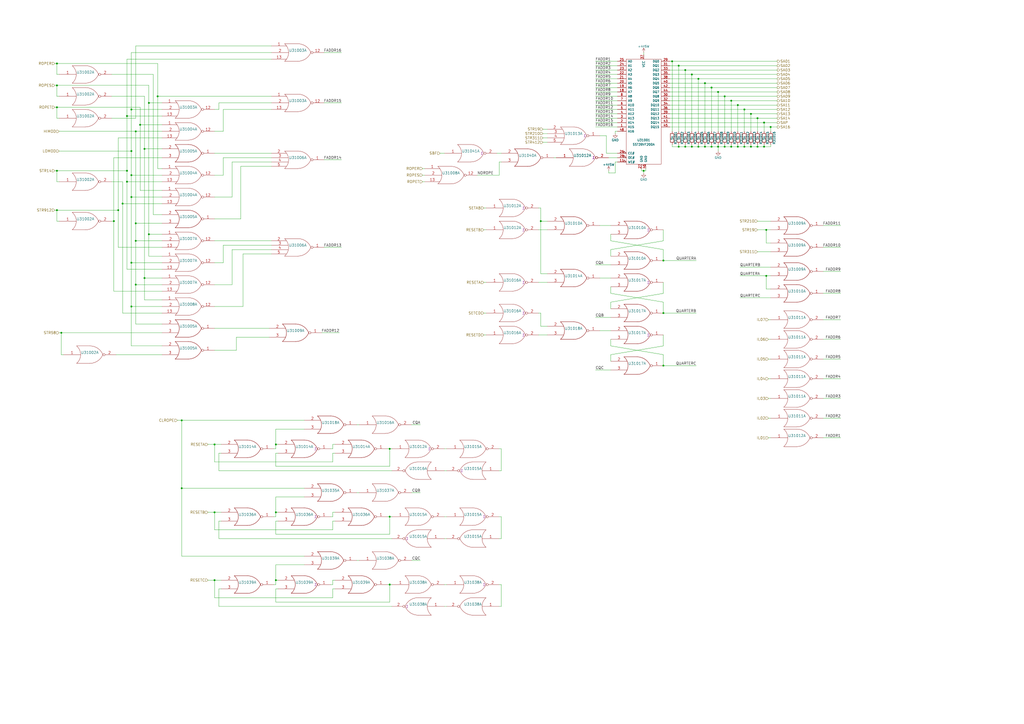
<source format=kicad_sch>
(kicad_sch (version 20211123) (generator eeschema)
  (paper "A2")
  (junction (at 397.51 85.09))
  (junction (at 373.38 99.06))
  (junction (at 78.74 76.2))
  (junction (at 439.42 85.09))
  (junction (at 73.66 99.06))
  (junction (at 105.41 243.84))
  (junction (at 444.5 160.02))
  (junction (at 86.36 59.69))
  (junction (at 420.37 85.09))
  (junction (at 435.61 66.04))
  (junction (at 124.46 336.55))
  (junction (at 401.32 85.09))
  (junction (at 424.18 58.42))
  (junction (at 393.7 85.09))
  (junction (at 389.89 35.56))
  (junction (at 78.74 139.7))
  (junction (at 35.56 193.04))
  (junction (at 68.58 121.92))
  (junction (at 424.18 85.09))
  (junction (at 405.13 85.09))
  (junction (at 447.04 73.66))
  (junction (at 439.42 68.58))
  (junction (at 405.13 45.72))
  (junction (at 412.75 50.8))
  (junction (at 427.99 85.09))
  (junction (at 397.51 40.64))
  (junction (at 444.5 133.35))
  (junction (at 124.46 297.18))
  (junction (at 226.06 260.35))
  (junction (at 420.37 55.88))
  (junction (at 313.69 128.27))
  (junction (at 443.23 71.12))
  (junction (at 412.75 85.09))
  (junction (at 384.81 151.13))
  (junction (at 83.82 161.29))
  (junction (at 416.56 85.09))
  (junction (at 124.46 257.81))
  (junction (at 81.28 72.39))
  (junction (at 71.12 118.11))
  (junction (at 160.02 336.55))
  (junction (at 443.23 85.09))
  (junction (at 78.74 129.54))
  (junction (at 91.44 55.88))
  (junction (at 384.81 212.09))
  (junction (at 408.94 85.09))
  (junction (at 226.06 299.72))
  (junction (at 160.02 257.81))
  (junction (at 226.06 339.09))
  (junction (at 160.02 297.18))
  (junction (at 66.04 128.27))
  (junction (at 76.2 152.4))
  (junction (at 73.66 67.31))
  (junction (at 105.41 283.21))
  (junction (at 401.32 43.18))
  (junction (at 33.02 36.83))
  (junction (at 384.81 181.61))
  (junction (at 73.66 105.41))
  (junction (at 76.2 114.3))
  (junction (at 416.56 53.34))
  (junction (at 408.94 48.26))
  (junction (at 76.2 63.5))
  (junction (at 83.82 86.36))
  (junction (at 86.36 135.89))
  (junction (at 33.02 121.92))
  (junction (at 76.2 177.8))
  (junction (at 76.2 101.6))
  (junction (at 33.02 62.23))
  (junction (at 393.7 38.1))
  (junction (at 33.02 49.53))
  (junction (at 431.8 63.5))
  (junction (at 76.2 87.63))
  (junction (at 427.99 60.96))
  (junction (at 33.02 99.06))
  (junction (at 431.8 85.09))
  (junction (at 435.61 85.09))
  (junction (at 78.74 165.1))
  (wire (pts (xy 384.81 139.7) (xy 354.33 144.78)))
  (wire (pts (xy 388.62 66.04) (xy 435.61 66.04)))
  (wire (pts (xy 439.42 146.05) (xy 447.04 146.05)))
  (wire (pts (xy 73.66 105.41) (xy 93.98 105.41)))
  (wire (pts (xy 290.83 299.72) (xy 289.56 299.72)))
  (wire (pts (xy 33.02 55.88) (xy 34.29 55.88)))
  (wire (pts (xy 313.69 158.75) (xy 317.5 158.75)))
  (wire (pts (xy 416.56 83.82) (xy 416.56 85.09)))
  (wire (pts (xy 358.14 55.88) (xy 345.44 55.88)))
  (wire (pts (xy 81.28 62.23) (xy 81.28 72.39)))
  (wire (pts (xy 78.74 139.7) (xy 78.74 165.1)))
  (wire (pts (xy 160.02 336.55) (xy 160.02 339.09)))
  (wire (pts (xy 312.42 133.35) (xy 317.5 133.35)))
  (wire (pts (xy 312.42 181.61) (xy 313.69 181.61)))
  (wire (pts (xy 127 312.42) (xy 127 302.26)))
  (wire (pts (xy 71.12 181.61) (xy 93.98 181.61)))
  (wire (pts (xy 351.79 88.9) (xy 351.79 78.74)))
  (wire (pts (xy 105.41 243.84) (xy 105.41 283.21)))
  (wire (pts (xy 224.79 260.35) (xy 226.06 260.35)))
  (wire (pts (xy 358.14 45.72) (xy 345.44 45.72)))
  (wire (pts (xy 445.77 185.42) (xy 447.04 185.42)))
  (wire (pts (xy 397.51 40.64) (xy 397.51 76.2)))
  (wire (pts (xy 78.74 139.7) (xy 93.98 139.7)))
  (wire (pts (xy 372.11 99.06) (xy 373.38 99.06)))
  (wire (pts (xy 66.04 91.44) (xy 66.04 128.27)))
  (wire (pts (xy 78.74 26.67) (xy 157.48 26.67)))
  (wire (pts (xy 226.06 309.88) (xy 160.02 309.88)))
  (wire (pts (xy 288.29 88.9) (xy 290.83 88.9)))
  (wire (pts (xy 444.5 133.35) (xy 447.04 133.35)))
  (wire (pts (xy 76.2 30.48) (xy 157.48 30.48)))
  (wire (pts (xy 64.77 55.88) (xy 83.82 55.88)))
  (wire (pts (xy 389.89 35.56) (xy 389.89 76.2)))
  (wire (pts (xy 120.65 257.81) (xy 124.46 257.81)))
  (wire (pts (xy 33.02 49.53) (xy 86.36 49.53)))
  (wire (pts (xy 384.81 151.13) (xy 403.86 151.13)))
  (wire (pts (xy 105.41 283.21) (xy 105.41 322.58)))
  (wire (pts (xy 134.62 165.1) (xy 134.62 144.78)))
  (wire (pts (xy 358.14 53.34) (xy 345.44 53.34)))
  (wire (pts (xy 317.5 80.01) (xy 314.96 80.01)))
  (wire (pts (xy 431.8 85.09) (xy 435.61 85.09)))
  (wire (pts (xy 193.04 339.09) (xy 193.04 336.55)))
  (wire (pts (xy 73.66 34.29) (xy 73.66 67.31)))
  (wire (pts (xy 405.13 85.09) (xy 408.94 85.09)))
  (wire (pts (xy 160.02 248.92) (xy 176.53 248.92)))
  (wire (pts (xy 157.48 139.7) (xy 124.46 139.7)))
  (wire (pts (xy 477.52 242.57) (xy 487.68 242.57)))
  (wire (pts (xy 317.5 77.47) (xy 314.96 77.47)))
  (wire (pts (xy 358.14 50.8) (xy 345.44 50.8)))
  (wire (pts (xy 124.46 257.81) (xy 124.46 267.97)))
  (wire (pts (xy 427.99 85.09) (xy 427.99 83.82)))
  (wire (pts (xy 290.83 351.79) (xy 289.56 351.79)))
  (wire (pts (xy 129.54 152.4) (xy 129.54 142.24)))
  (wire (pts (xy 384.81 181.61) (xy 403.86 181.61)))
  (wire (pts (xy 397.51 85.09) (xy 397.51 83.82)))
  (wire (pts (xy 424.18 85.09) (xy 427.99 85.09)))
  (wire (pts (xy 388.62 48.26) (xy 408.94 48.26)))
  (wire (pts (xy 354.33 144.78) (xy 354.33 148.59)))
  (wire (pts (xy 160.02 327.66) (xy 176.53 327.66)))
  (wire (pts (xy 187.96 59.69) (xy 198.12 59.69)))
  (wire (pts (xy 356.87 76.2) (xy 356.87 77.47)))
  (wire (pts (xy 373.38 30.48) (xy 373.38 31.75)))
  (wire (pts (xy 124.46 257.81) (xy 128.27 257.81)))
  (wire (pts (xy 226.06 339.09) (xy 227.33 339.09)))
  (wire (pts (xy 226.06 339.09) (xy 226.06 349.25)))
  (wire (pts (xy 420.37 85.09) (xy 424.18 85.09)))
  (wire (pts (xy 389.89 35.56) (xy 450.85 35.56)))
  (wire (pts (xy 124.46 267.97) (xy 193.04 267.97)))
  (wire (pts (xy 351.79 88.9) (xy 358.14 88.9)))
  (wire (pts (xy 408.94 85.09) (xy 412.75 85.09)))
  (wire (pts (xy 353.06 100.33) (xy 353.06 99.06)))
  (wire (pts (xy 389.89 85.09) (xy 389.89 83.82)))
  (wire (pts (xy 176.53 283.21) (xy 105.41 283.21)))
  (wire (pts (xy 227.33 312.42) (xy 127 312.42)))
  (wire (pts (xy 354.33 200.66) (xy 354.33 196.85)))
  (wire (pts (xy 83.82 161.29) (xy 93.98 161.29)))
  (wire (pts (xy 373.38 99.06) (xy 374.65 99.06)))
  (wire (pts (xy 64.77 68.58) (xy 78.74 68.58)))
  (wire (pts (xy 345.44 184.15) (xy 354.33 184.15)))
  (wire (pts (xy 160.02 341.63) (xy 161.29 341.63)))
  (wire (pts (xy 68.58 80.01) (xy 93.98 80.01)))
  (wire (pts (xy 397.51 40.64) (xy 450.85 40.64)))
  (wire (pts (xy 408.94 48.26) (xy 408.94 76.2)))
  (wire (pts (xy 124.46 307.34) (xy 193.04 307.34)))
  (wire (pts (xy 127 63.5) (xy 127 59.69)))
  (wire (pts (xy 68.58 80.01) (xy 68.58 121.92)))
  (wire (pts (xy 443.23 85.09) (xy 443.23 83.82)))
  (wire (pts (xy 477.52 170.18) (xy 487.68 170.18)))
  (wire (pts (xy 226.06 349.25) (xy 160.02 349.25)))
  (wire (pts (xy 477.52 208.28) (xy 487.68 208.28)))
  (wire (pts (xy 66.04 128.27) (xy 66.04 168.91)))
  (wire (pts (xy 160.02 260.35) (xy 158.75 260.35)))
  (wire (pts (xy 124.46 346.71) (xy 193.04 346.71)))
  (wire (pts (xy 127 59.69) (xy 157.48 59.69)))
  (wire (pts (xy 78.74 76.2) (xy 93.98 76.2)))
  (wire (pts (xy 405.13 85.09) (xy 405.13 83.82)))
  (wire (pts (xy 81.28 72.39) (xy 93.98 72.39)))
  (wire (pts (xy 187.96 143.51) (xy 198.12 143.51)))
  (wire (pts (xy 439.42 128.27) (xy 447.04 128.27)))
  (wire (pts (xy 420.37 55.88) (xy 420.37 76.2)))
  (wire (pts (xy 281.94 133.35) (xy 280.67 133.35)))
  (wire (pts (xy 73.66 156.21) (xy 93.98 156.21)))
  (wire (pts (xy 124.46 297.18) (xy 128.27 297.18)))
  (wire (pts (xy 120.65 336.55) (xy 124.46 336.55)))
  (wire (pts (xy 191.77 260.35) (xy 193.04 260.35)))
  (wire (pts (xy 33.02 128.27) (xy 34.29 128.27)))
  (wire (pts (xy 160.02 248.92) (xy 160.02 257.81)))
  (wire (pts (xy 384.81 144.78) (xy 354.33 139.7)))
  (wire (pts (xy 445.77 254) (xy 447.04 254)))
  (wire (pts (xy 238.76 285.75) (xy 243.84 285.75)))
  (wire (pts (xy 31.75 49.53) (xy 33.02 49.53)))
  (wire (pts (xy 88.9 43.18) (xy 88.9 124.46)))
  (wire (pts (xy 124.46 190.5) (xy 156.21 190.5)))
  (wire (pts (xy 35.56 193.04) (xy 93.98 193.04)))
  (wire (pts (xy 224.79 339.09) (xy 226.06 339.09)))
  (wire (pts (xy 388.62 55.88) (xy 420.37 55.88)))
  (wire (pts (xy 354.33 175.26) (xy 354.33 179.07)))
  (wire (pts (xy 120.65 297.18) (xy 124.46 297.18)))
  (wire (pts (xy 358.14 68.58) (xy 345.44 68.58)))
  (wire (pts (xy 76.2 177.8) (xy 76.2 200.66)))
  (wire (pts (xy 439.42 85.09) (xy 443.23 85.09)))
  (wire (pts (xy 439.42 133.35) (xy 444.5 133.35)))
  (wire (pts (xy 447.04 73.66) (xy 447.04 76.2)))
  (wire (pts (xy 313.69 120.65) (xy 313.69 128.27)))
  (wire (pts (xy 412.75 85.09) (xy 412.75 83.82)))
  (wire (pts (xy 384.81 200.66) (xy 354.33 205.74)))
  (wire (pts (xy 78.74 165.1) (xy 93.98 165.1)))
  (wire (pts (xy 193.04 302.26) (xy 194.31 302.26)))
  (wire (pts (xy 81.28 72.39) (xy 81.28 110.49)))
  (wire (pts (xy 64.77 43.18) (xy 88.9 43.18)))
  (wire (pts (xy 33.02 105.41) (xy 34.29 105.41)))
  (wire (pts (xy 424.18 58.42) (xy 450.85 58.42)))
  (wire (pts (xy 207.01 285.75) (xy 208.28 285.75)))
  (wire (pts (xy 66.04 91.44) (xy 93.98 91.44)))
  (wire (pts (xy 193.04 297.18) (xy 194.31 297.18)))
  (wire (pts (xy 33.02 68.58) (xy 34.29 68.58)))
  (wire (pts (xy 102.87 243.84) (xy 105.41 243.84)))
  (wire (pts (xy 405.13 45.72) (xy 450.85 45.72)))
  (wire (pts (xy 358.14 38.1) (xy 345.44 38.1)))
  (wire (pts (xy 388.62 45.72) (xy 405.13 45.72)))
  (wire (pts (xy 312.42 120.65) (xy 313.69 120.65)))
  (wire (pts (xy 193.04 341.63) (xy 194.31 341.63)))
  (wire (pts (xy 160.02 257.81) (xy 161.29 257.81)))
  (wire (pts (xy 401.32 43.18) (xy 450.85 43.18)))
  (wire (pts (xy 160.02 299.72) (xy 158.75 299.72)))
  (wire (pts (xy 393.7 85.09) (xy 397.51 85.09)))
  (wire (pts (xy 33.02 121.92) (xy 68.58 121.92)))
  (wire (pts (xy 384.81 212.09) (xy 384.81 205.74)))
  (wire (pts (xy 124.46 114.3) (xy 134.62 114.3)))
  (wire (pts (xy 140.97 177.8) (xy 140.97 147.32)))
  (wire (pts (xy 33.02 99.06) (xy 31.75 99.06)))
  (wire (pts (xy 76.2 63.5) (xy 93.98 63.5)))
  (wire (pts (xy 78.74 187.96) (xy 93.98 187.96)))
  (wire (pts (xy 388.62 53.34) (xy 416.56 53.34)))
  (wire (pts (xy 313.69 128.27) (xy 317.5 128.27)))
  (wire (pts (xy 160.02 309.88) (xy 160.02 302.26)))
  (wire (pts (xy 435.61 85.09) (xy 435.61 83.82)))
  (wire (pts (xy 66.04 168.91) (xy 93.98 168.91)))
  (wire (pts (xy 388.62 63.5) (xy 431.8 63.5)))
  (wire (pts (xy 31.75 121.92) (xy 33.02 121.92)))
  (wire (pts (xy 358.14 76.2) (xy 356.87 76.2)))
  (wire (pts (xy 226.06 299.72) (xy 226.06 309.88)))
  (wire (pts (xy 388.62 71.12) (xy 443.23 71.12)))
  (wire (pts (xy 358.14 40.64) (xy 345.44 40.64)))
  (wire (pts (xy 416.56 53.34) (xy 416.56 76.2)))
  (wire (pts (xy 71.12 105.41) (xy 71.12 118.11)))
  (wire (pts (xy 127 341.63) (xy 128.27 341.63)))
  (wire (pts (xy 134.62 114.3) (xy 134.62 93.98)))
  (wire (pts (xy 290.83 260.35) (xy 290.83 273.05)))
  (wire (pts (xy 127 302.26) (xy 128.27 302.26)))
  (wire (pts (xy 78.74 129.54) (xy 93.98 129.54)))
  (wire (pts (xy 137.16 203.2) (xy 124.46 203.2)))
  (wire (pts (xy 76.2 152.4) (xy 93.98 152.4)))
  (wire (pts (xy 388.62 68.58) (xy 439.42 68.58)))
  (wire (pts (xy 477.52 143.51) (xy 487.68 143.51)))
  (wire (pts (xy 226.06 260.35) (xy 226.06 270.51)))
  (wire (pts (xy 354.33 139.7) (xy 354.33 135.89)))
  (wire (pts (xy 68.58 143.51) (xy 93.98 143.51)))
  (wire (pts (xy 186.69 193.04) (xy 196.85 193.04)))
  (wire (pts (xy 139.7 96.52) (xy 157.48 96.52)))
  (wire (pts (xy 259.08 273.05) (xy 257.81 273.05)))
  (wire (pts (xy 124.46 127) (xy 139.7 127)))
  (wire (pts (xy 129.54 63.5) (xy 129.54 76.2)))
  (wire (pts (xy 160.02 302.26) (xy 161.29 302.26)))
  (wire (pts (xy 35.56 205.74) (xy 36.83 205.74)))
  (wire (pts (xy 193.04 267.97) (xy 193.04 262.89)))
  (wire (pts (xy 397.51 85.09) (xy 401.32 85.09)))
  (wire (pts (xy 384.81 205.74) (xy 354.33 200.66)))
  (wire (pts (xy 439.42 85.09) (xy 439.42 83.82)))
  (wire (pts (xy 160.02 327.66) (xy 160.02 336.55)))
  (wire (pts (xy 389.89 85.09) (xy 393.7 85.09)))
  (wire (pts (xy 129.54 76.2) (xy 124.46 76.2)))
  (wire (pts (xy 78.74 129.54) (xy 78.74 139.7)))
  (wire (pts (xy 313.69 181.61) (xy 313.69 189.23)))
  (wire (pts (xy 33.02 62.23) (xy 33.02 68.58)))
  (wire (pts (xy 447.04 85.09) (xy 447.04 83.82)))
  (wire (pts (xy 91.44 55.88) (xy 157.48 55.88)))
  (wire (pts (xy 124.46 336.55) (xy 124.46 346.71)))
  (wire (pts (xy 276.86 101.6) (xy 289.56 101.6)))
  (wire (pts (xy 289.56 101.6) (xy 289.56 93.98)))
  (wire (pts (xy 129.54 63.5) (xy 157.48 63.5)))
  (wire (pts (xy 86.36 59.69) (xy 86.36 135.89)))
  (wire (pts (xy 412.75 50.8) (xy 412.75 76.2)))
  (wire (pts (xy 73.66 105.41) (xy 73.66 156.21)))
  (wire (pts (xy 358.14 35.56) (xy 345.44 35.56)))
  (wire (pts (xy 33.02 43.18) (xy 34.29 43.18)))
  (wire (pts (xy 160.02 262.89) (xy 161.29 262.89)))
  (wire (pts (xy 226.06 260.35) (xy 227.33 260.35)))
  (wire (pts (xy 447.04 73.66) (xy 450.85 73.66)))
  (wire (pts (xy 351.79 78.74) (xy 347.98 78.74)))
  (wire (pts (xy 372.11 97.79) (xy 372.11 99.06)))
  (wire (pts (xy 238.76 246.38) (xy 243.84 246.38)))
  (wire (pts (xy 435.61 66.04) (xy 435.61 76.2)))
  (wire (pts (xy 347.98 191.77) (xy 354.33 191.77)))
  (wire (pts (xy 33.02 49.53) (xy 33.02 55.88)))
  (wire (pts (xy 289.56 93.98) (xy 290.83 93.98)))
  (wire (pts (xy 388.62 58.42) (xy 424.18 58.42)))
  (wire (pts (xy 354.33 170.18) (xy 354.33 166.37)))
  (wire (pts (xy 444.5 167.64) (xy 447.04 167.64)))
  (wire (pts (xy 227.33 273.05) (xy 127 273.05)))
  (wire (pts (xy 91.44 97.79) (xy 93.98 97.79)))
  (wire (pts (xy 105.41 243.84) (xy 176.53 243.84)))
  (wire (pts (xy 358.14 58.42) (xy 345.44 58.42)))
  (wire (pts (xy 412.75 85.09) (xy 416.56 85.09)))
  (wire (pts (xy 238.76 325.12) (xy 243.84 325.12)))
  (wire (pts (xy 64.77 105.41) (xy 71.12 105.41)))
  (wire (pts (xy 444.5 133.35) (xy 444.5 140.97)))
  (wire (pts (xy 124.46 63.5) (xy 127 63.5)))
  (wire (pts (xy 445.77 208.28) (xy 447.04 208.28)))
  (wire (pts (xy 124.46 101.6) (xy 129.54 101.6)))
  (wire (pts (xy 290.83 273.05) (xy 289.56 273.05)))
  (wire (pts (xy 374.65 99.06) (xy 374.65 97.79)))
  (wire (pts (xy 86.36 49.53) (xy 86.36 59.69)))
  (wire (pts (xy 259.08 351.79) (xy 257.81 351.79)))
  (wire (pts (xy 290.83 339.09) (xy 289.56 339.09)))
  (wire (pts (xy 193.04 307.34) (xy 193.04 302.26)))
  (wire (pts (xy 347.98 161.29) (xy 354.33 161.29)))
  (wire (pts (xy 193.04 346.71) (xy 193.04 341.63)))
  (wire (pts (xy 435.61 66.04) (xy 450.85 66.04)))
  (wire (pts (xy 345.44 214.63) (xy 354.33 214.63)))
  (wire (pts (xy 388.62 43.18) (xy 401.32 43.18)))
  (wire (pts (xy 384.81 212.09) (xy 403.86 212.09)))
  (wire (pts (xy 445.77 196.85) (xy 447.04 196.85)))
  (wire (pts (xy 416.56 53.34) (xy 450.85 53.34)))
  (wire (pts (xy 157.48 88.9) (xy 124.46 88.9)))
  (wire (pts (xy 76.2 114.3) (xy 93.98 114.3)))
  (wire (pts (xy 124.46 177.8) (xy 140.97 177.8)))
  (wire (pts (xy 193.04 336.55) (xy 194.31 336.55)))
  (wire (pts (xy 160.02 336.55) (xy 161.29 336.55)))
  (wire (pts (xy 444.5 160.02) (xy 444.5 167.64)))
  (wire (pts (xy 347.98 130.81) (xy 354.33 130.81)))
  (wire (pts (xy 31.75 36.83) (xy 33.02 36.83)))
  (wire (pts (xy 124.46 152.4) (xy 129.54 152.4)))
  (wire (pts (xy 388.62 38.1) (xy 393.7 38.1)))
  (wire (pts (xy 73.66 99.06) (xy 33.02 99.06)))
  (wire (pts (xy 384.81 133.35) (xy 384.81 139.7)))
  (wire (pts (xy 76.2 114.3) (xy 76.2 152.4)))
  (wire (pts (xy 33.02 121.92) (xy 33.02 128.27)))
  (wire (pts (xy 443.23 71.12) (xy 450.85 71.12)))
  (wire (pts (xy 393.7 38.1) (xy 450.85 38.1)))
  (wire (pts (xy 445.77 231.14) (xy 447.04 231.14)))
  (wire (pts (xy 226.06 299.72) (xy 227.33 299.72)))
  (wire (pts (xy 76.2 152.4) (xy 76.2 177.8)))
  (wire (pts (xy 477.52 196.85) (xy 487.68 196.85)))
  (wire (pts (xy 281.94 163.83) (xy 280.67 163.83)))
  (wire (pts (xy 401.32 85.09) (xy 401.32 83.82)))
  (wire (pts (xy 140.97 147.32) (xy 157.48 147.32)))
  (wire (pts (xy 384.81 194.31) (xy 384.81 200.66)))
  (wire (pts (xy 477.52 231.14) (xy 487.68 231.14)))
  (wire (pts (xy 83.82 161.29) (xy 83.82 173.99)))
  (wire (pts (xy 312.42 163.83) (xy 317.5 163.83)))
  (wire (pts (xy 78.74 68.58) (xy 78.74 26.67)))
  (wire (pts (xy 477.52 219.71) (xy 487.68 219.71)))
  (wire (pts (xy 73.66 34.29) (xy 157.48 34.29)))
  (wire (pts (xy 439.42 68.58) (xy 450.85 68.58)))
  (wire (pts (xy 127 273.05) (xy 127 262.89)))
  (wire (pts (xy 259.08 312.42) (xy 257.81 312.42)))
  (wire (pts (xy 129.54 91.44) (xy 157.48 91.44)))
  (wire (pts (xy 207.01 325.12) (xy 208.28 325.12)))
  (wire (pts (xy 160.02 288.29) (xy 160.02 297.18)))
  (wire (pts (xy 427.99 85.09) (xy 431.8 85.09)))
  (wire (pts (xy 431.8 85.09) (xy 431.8 83.82)))
  (wire (pts (xy 83.82 173.99) (xy 93.98 173.99)))
  (wire (pts (xy 444.5 140.97) (xy 447.04 140.97)))
  (wire (pts (xy 290.83 312.42) (xy 290.83 299.72)))
  (wire (pts (xy 193.04 257.81) (xy 194.31 257.81)))
  (wire (pts (xy 477.52 157.48) (xy 487.68 157.48)))
  (wire (pts (xy 124.46 336.55) (xy 128.27 336.55)))
  (wire (pts (xy 443.23 71.12) (xy 443.23 76.2)))
  (wire (pts (xy 408.94 48.26) (xy 450.85 48.26)))
  (wire (pts (xy 427.99 60.96) (xy 450.85 60.96)))
  (wire (pts (xy 83.82 86.36) (xy 93.98 86.36)))
  (wire (pts (xy 313.69 128.27) (xy 313.69 158.75)))
  (wire (pts (xy 358.14 60.96) (xy 345.44 60.96)))
  (wire (pts (xy 33.02 62.23) (xy 81.28 62.23)))
  (wire (pts (xy 31.75 62.23) (xy 33.02 62.23)))
  (wire (pts (xy 356.87 100.33) (xy 353.06 100.33)))
  (wire (pts (xy 86.36 135.89) (xy 86.36 148.59)))
  (wire (pts (xy 64.77 128.27) (xy 66.04 128.27)))
  (wire (pts (xy 193.04 299.72) (xy 193.04 297.18)))
  (wire (pts (xy 160.02 339.09) (xy 158.75 339.09)))
  (wire (pts (xy 86.36 148.59) (xy 93.98 148.59)))
  (wire (pts (xy 33.02 36.83) (xy 91.44 36.83)))
  (wire (pts (xy 139.7 127) (xy 139.7 96.52)))
  (wire (pts (xy 384.81 170.18) (xy 354.33 175.26)))
  (wire (pts (xy 191.77 299.72) (xy 193.04 299.72)))
  (wire (pts (xy 427.99 60.96) (xy 427.99 76.2)))
  (wire (pts (xy 76.2 101.6) (xy 93.98 101.6)))
  (wire (pts (xy 281.94 194.31) (xy 280.67 194.31)))
  (wire (pts (xy 444.5 160.02) (xy 447.04 160.02)))
  (wire (pts (xy 68.58 121.92) (xy 68.58 143.51)))
  (wire (pts (xy 388.62 50.8) (xy 412.75 50.8)))
  (wire (pts (xy 91.44 55.88) (xy 91.44 97.79)))
  (wire (pts (xy 160.02 297.18) (xy 160.02 299.72)))
  (wire (pts (xy 412.75 50.8) (xy 450.85 50.8)))
  (wire (pts (xy 354.33 205.74) (xy 354.33 209.55)))
  (wire (pts (xy 388.62 40.64) (xy 397.51 40.64)))
  (wire (pts (xy 388.62 73.66) (xy 447.04 73.66)))
  (wire (pts (xy 420.37 85.09) (xy 420.37 83.82)))
  (wire (pts (xy 227.33 351.79) (xy 127 351.79)))
  (wire (pts (xy 290.83 312.42) (xy 289.56 312.42)))
  (wire (pts (xy 86.36 59.69) (xy 93.98 59.69)))
  (wire (pts (xy 358.14 66.04) (xy 345.44 66.04)))
  (wire (pts (xy 129.54 142.24) (xy 157.48 142.24)))
  (wire (pts (xy 353.06 91.44) (xy 358.14 91.44)))
  (wire (pts (xy 76.2 200.66) (xy 93.98 200.66)))
  (wire (pts (xy 73.66 67.31) (xy 73.66 99.06)))
  (wire (pts (xy 257.81 339.09) (xy 259.08 339.09)))
  (wire (pts (xy 429.26 160.02) (xy 444.5 160.02)))
  (wire (pts (xy 429.26 172.72) (xy 447.04 172.72)))
  (wire (pts (xy 401.32 85.09) (xy 405.13 85.09)))
  (wire (pts (xy 76.2 30.48) (xy 76.2 63.5)))
  (wire (pts (xy 416.56 85.09) (xy 420.37 85.09)))
  (wire (pts (xy 193.04 260.35) (xy 193.04 257.81)))
  (wire (pts (xy 393.7 38.1) (xy 393.7 76.2)))
  (wire (pts (xy 358.14 93.98) (xy 356.87 93.98)))
  (wire (pts (xy 435.61 85.09) (xy 439.42 85.09)))
  (wire (pts (xy 67.31 205.74) (xy 93.98 205.74)))
  (wire (pts (xy 83.82 55.88) (xy 83.82 86.36)))
  (wire (pts (xy 76.2 63.5) (xy 76.2 87.63)))
  (wire (pts (xy 384.81 151.13) (xy 384.81 144.78)))
  (wire (pts (xy 358.14 71.12) (xy 345.44 71.12)))
  (wire (pts (xy 245.11 105.41) (xy 246.38 105.41)))
  (wire (pts (xy 257.81 88.9) (xy 255.27 88.9)))
  (wire (pts (xy 317.5 82.55) (xy 314.96 82.55)))
  (wire (pts (xy 257.81 299.72) (xy 259.08 299.72)))
  (wire (pts (xy 129.54 101.6) (xy 129.54 91.44)))
  (wire (pts (xy 420.37 55.88) (xy 450.85 55.88)))
  (wire (pts (xy 86.36 135.89) (xy 93.98 135.89)))
  (wire (pts (xy 71.12 118.11) (xy 93.98 118.11)))
  (wire (pts (xy 134.62 144.78) (xy 157.48 144.78)))
  (wire (pts (xy 358.14 63.5) (xy 345.44 63.5)))
  (wire (pts (xy 245.11 97.79) (xy 246.38 97.79)))
  (wire (pts (xy 226.06 270.51) (xy 160.02 270.51)))
  (wire (pts (xy 290.83 351.79) (xy 290.83 339.09)))
  (wire (pts (xy 193.04 262.89) (xy 194.31 262.89)))
  (wire (pts (xy 405.13 45.72) (xy 405.13 76.2)))
  (wire (pts (xy 81.28 110.49) (xy 93.98 110.49)))
  (wire (pts (xy 477.52 185.42) (xy 487.68 185.42)))
  (wire (pts (xy 388.62 60.96) (xy 427.99 60.96)))
  (wire (pts (xy 160.02 257.81) (xy 160.02 260.35)))
  (wire (pts (xy 160.02 297.18) (xy 161.29 297.18)))
  (wire (pts (xy 345.44 153.67) (xy 354.33 153.67)))
  (wire (pts (xy 401.32 43.18) (xy 401.32 76.2)))
  (wire (pts (xy 443.23 85.09) (xy 447.04 85.09)))
  (wire (pts (xy 424.18 85.09) (xy 424.18 83.82)))
  (wire (pts (xy 373.38 99.06) (xy 373.38 100.33)))
  (wire (pts (xy 34.29 193.04) (xy 35.56 193.04)))
  (wire (pts (xy 191.77 339.09) (xy 193.04 339.09)))
  (wire (pts (xy 281.94 181.61) (xy 280.67 181.61)))
  (wire (pts (xy 187.96 30.48) (xy 198.12 30.48)))
  (wire (pts (xy 477.52 254) (xy 487.68 254)))
  (wire (pts (xy 160.02 349.25) (xy 160.02 341.63)))
  (wire (pts (xy 317.5 74.93) (xy 314.96 74.93)))
  (wire (pts (xy 313.69 189.23) (xy 317.5 189.23)))
  (wire (pts (xy 137.16 195.58) (xy 137.16 203.2)))
  (wire (pts (xy 358.14 43.18) (xy 345.44 43.18)))
  (wire (pts (xy 160.02 288.29) (xy 176.53 288.29)))
  (wire (pts (xy 76.2 177.8) (xy 93.98 177.8)))
  (wire (pts (xy 312.42 194.31) (xy 317.5 194.31)))
  (wire (pts (xy 358.14 48.26) (xy 345.44 48.26)))
  (wire (pts (xy 124.46 165.1) (xy 134.62 165.1)))
  (wire (pts (xy 71.12 118.11) (xy 71.12 181.61)))
  (wire (pts (xy 76.2 87.63) (xy 76.2 101.6)))
  (wire (pts (xy 93.98 67.31) (xy 73.66 67.31)))
  (wire (pts (xy 431.8 63.5) (xy 431.8 76.2)))
  (wire (pts (xy 35.56 193.04) (xy 35.56 205.74)))
  (wire (pts (xy 445.77 242.57) (xy 447.04 242.57)))
  (wire (pts (xy 73.66 99.06) (xy 73.66 105.41)))
  (wire (pts (xy 289.56 260.35) (xy 290.83 260.35)))
  (wire (pts (xy 224.79 299.72) (xy 226.06 299.72)))
  (wire (pts (xy 207.01 246.38) (xy 208.28 246.38)))
  (wire (pts (xy 33.02 99.06) (xy 33.02 105.41)))
  (wire (pts (xy 384.81 163.83) (xy 384.81 170.18)))
  (wire (pts (xy 134.62 93.98) (xy 157.48 93.98)))
  (wire (pts (xy 416.56 85.09) (xy 416.56 87.63)))
  (wire (pts (xy 83.82 86.36) (xy 83.82 161.29)))
  (wire (pts (xy 439.42 68.58) (xy 439.42 76.2)))
  (wire (pts (xy 156.21 195.58) (xy 137.16 195.58)))
  (wire (pts (xy 384.81 175.26) (xy 354.33 170.18)))
  (wire (pts (xy 408.94 85.09) (xy 408.94 83.82)))
  (wire (pts (xy 76.2 101.6) (xy 76.2 114.3)))
  (wire (pts (xy 384.81 181.61) (xy 384.81 175.26)))
  (wire (pts (xy 105.41 322.58) (xy 176.53 322.58)))
  (wire (pts (xy 78.74 165.1) (xy 78.74 187.96)))
  (wire (pts (xy 34.29 76.2) (xy 78.74 76.2)))
  (wire (pts (xy 127 262.89) (xy 128.27 262.89)))
  (wire (pts (xy 358.14 73.66) (xy 345.44 73.66)))
  (wire (pts (xy 33.02 36.83) (xy 33.02 43.18)))
  (wire (pts (xy 160.02 270.51) (xy 160.02 262.89)))
  (wire (pts (xy 76.2 87.63) (xy 34.29 87.63)))
  (wire (pts (xy 281.94 120.65) (xy 280.67 120.65)))
  (wire (pts (xy 388.62 35.56) (xy 389.89 35.56)))
  (wire (pts (xy 246.38 101.6) (xy 245.11 101.6)))
  (wire (pts (xy 88.9 124.46) (xy 93.98 124.46)))
  (wire (pts (xy 124.46 297.18) (xy 124.46 307.34)))
  (wire (pts (xy 431.8 63.5) (xy 450.85 63.5)))
  (wire (pts (xy 424.18 58.42) (xy 424.18 76.2)))
  (wire (pts (xy 445.77 219.71) (xy 447.04 219.71)))
  (wire (pts (xy 91.44 36.83) (xy 91.44 55.88)))
  (wire (pts (xy 393.7 83.82) (xy 393.7 85.09)))
  (wire (pts (xy 187.96 92.71) (xy 198.12 92.71)))
  (wire (pts (xy 429.26 154.94) (xy 447.04 154.94)))
  (wire (pts (xy 257.81 260.35) (xy 259.08 260.35)))
  (wire (pts (xy 127 351.79) (xy 127 341.63)))
  (wire (pts (xy 78.74 76.2) (xy 78.74 129.54)))
  (wire (pts (xy 321.31 91.44) (xy 322.58 91.44)))
  (wire (pts (xy 356.87 93.98) (xy 356.87 100.33)))
  (wire (pts (xy 477.52 130.81) (xy 487.68 130.81)))
  (label "FADDR4" (at 345.44 43.18 0) (effects (font (size 1.524 1.524))))
  (label "FADDR14" (at 345.44 68.58 0) (effects (font (size 1.524 1.524))))
  (label "FADDR8" (at 345.44 53.34 0) (effects (font (size 1.524 1.524))))
  (label "FADDR16" (at 345.44 73.66 0) (effects (font (size 1.524 1.524))))
  (label "FADDR1" (at 487.68 254 180) (effects (font (size 1.524 1.524))))
  (label "CQC" (at 345.44 214.63 0) (effects (font (size 1.524 1.524))))
  (label "FADDR7" (at 345.44 50.8 0) (effects (font (size 1.524 1.524))))
  (label "FADDR3" (at 345.44 40.64 0) (effects (font (size 1.524 1.524))))
  (label "QUARTERB" (at 403.86 181.61 180) (effects (font (size 1.524 1.524))))
  (label "FADDR7" (at 487.68 185.42 180) (effects (font (size 1.524 1.524))))
  (label "FADDR12" (at 196.85 193.04 180) (effects (font (size 1.524 1.524))))
  (label "FADDR6" (at 487.68 196.85 180) (effects (font (size 1.524 1.524))))
  (label "FADDR8" (at 487.68 170.18 180) (effects (font (size 1.524 1.524))))
  (label "CQA" (at 345.44 153.67 0) (effects (font (size 1.524 1.524))))
  (label "CQA" (at 243.84 246.38 180) (effects (font (size 1.524 1.524))))
  (label "FADDR9" (at 487.68 157.48 180) (effects (font (size 1.524 1.524))))
  (label "FADDR9" (at 345.44 55.88 0) (effects (font (size 1.524 1.524))))
  (label "FADDR11" (at 345.44 60.96 0) (effects (font (size 1.524 1.524))))
  (label "FADDR13" (at 198.12 143.51 180) (effects (font (size 1.524 1.524))))
  (label "FADDR12" (at 345.44 63.5 0) (effects (font (size 1.524 1.524))))
  (label "FADDR5" (at 345.44 45.72 0) (effects (font (size 1.524 1.524))))
  (label "FADDR2" (at 345.44 38.1 0) (effects (font (size 1.524 1.524))))
  (label "FADDR2" (at 487.68 242.57 180) (effects (font (size 1.524 1.524))))
  (label "CQB" (at 243.84 285.75 180) (effects (font (size 1.524 1.524))))
  (label "FADDR6" (at 345.44 48.26 0) (effects (font (size 1.524 1.524))))
  (label "FADDR11" (at 487.68 130.81 180) (effects (font (size 1.524 1.524))))
  (label "FADDR10" (at 345.44 58.42 0) (effects (font (size 1.524 1.524))))
  (label "QUARTERB" (at 429.26 154.94 0) (effects (font (size 1.524 1.524))))
  (label "FADDR4" (at 487.68 219.71 180) (effects (font (size 1.524 1.524))))
  (label "FADDR14" (at 198.12 92.71 180) (effects (font (size 1.524 1.524))))
  (label "FADDR10" (at 487.68 143.51 180) (effects (font (size 1.524 1.524))))
  (label "FADDR15" (at 198.12 59.69 180) (effects (font (size 1.524 1.524))))
  (label "FADDR13" (at 345.44 66.04 0) (effects (font (size 1.524 1.524))))
  (label "QUARTERC" (at 429.26 172.72 0) (effects (font (size 1.524 1.524))))
  (label "FADDR15" (at 345.44 71.12 0) (effects (font (size 1.524 1.524))))
  (label "FADDR1" (at 345.44 35.56 0) (effects (font (size 1.524 1.524))))
  (label "NOROPE" (at 276.86 101.6 0) (effects (font (size 1.524 1.524))))
  (label "CQB" (at 345.44 184.15 0) (effects (font (size 1.524 1.524))))
  (label "CQC" (at 243.84 325.12 180) (effects (font (size 1.524 1.524))))
  (label "FADDR5" (at 487.68 208.28 180) (effects (font (size 1.524 1.524))))
  (label "FADDR16" (at 198.12 30.48 180) (effects (font (size 1.524 1.524))))
  (label "QUARTERC" (at 403.86 212.09 180) (effects (font (size 1.524 1.524))))
  (label "QUARTERA" (at 403.86 151.13 180) (effects (font (size 1.524 1.524))))
  (label "FADDR3" (at 487.68 231.14 180) (effects (font (size 1.524 1.524))))
  (label "QUARTERA" (at 429.26 160.02 0) (effects (font (size 1.524 1.524))))
  (hierarchical_label "RESETA" (shape input) (at 280.67 163.83 180) (effects (font (size 1.524 1.524))))
  (hierarchical_label "STR14" (shape input) (at 31.75 99.06 180) (effects (font (size 1.524 1.524))))
  (hierarchical_label "STR311" (shape input) (at 314.96 80.01 180) (effects (font (size 1.524 1.524))))
  (hierarchical_label "SAP" (shape output) (at 450.85 71.12 0) (effects (font (size 1.524 1.524))))
  (hierarchical_label "IL01" (shape input) (at 445.77 254 180) (effects (font (size 1.524 1.524))))
  (hierarchical_label "IL07" (shape input) (at 445.77 185.42 180) (effects (font (size 1.524 1.524))))
  (hierarchical_label "IL03" (shape input) (at 445.77 231.14 180) (effects (font (size 1.524 1.524))))
  (hierarchical_label "SA14" (shape output) (at 450.85 68.58 0) (effects (font (size 1.524 1.524))))
  (hierarchical_label "ROPET" (shape input) (at 245.11 105.41 180) (effects (font (size 1.524 1.524))))
  (hierarchical_label "SA09" (shape output) (at 450.85 55.88 0) (effects (font (size 1.524 1.524))))
  (hierarchical_label "ROPES" (shape input) (at 31.75 49.53 180) (effects (font (size 1.524 1.524))))
  (hierarchical_label "STR412" (shape input) (at 314.96 82.55 180) (effects (font (size 1.524 1.524))))
  (hierarchical_label "SA05" (shape output) (at 450.85 45.72 0) (effects (font (size 1.524 1.524))))
  (hierarchical_label "STR58" (shape input) (at 34.29 193.04 180) (effects (font (size 1.524 1.524))))
  (hierarchical_label "RESETC" (shape input) (at 120.65 336.55 180) (effects (font (size 1.524 1.524))))
  (hierarchical_label "ROPER" (shape input) (at 245.11 97.79 180) (effects (font (size 1.524 1.524))))
  (hierarchical_label "SA04" (shape output) (at 450.85 43.18 0) (effects (font (size 1.524 1.524))))
  (hierarchical_label "SA12" (shape output) (at 450.85 63.5 0) (effects (font (size 1.524 1.524))))
  (hierarchical_label "CLROPE" (shape input) (at 102.87 243.84 180) (effects (font (size 1.524 1.524))))
  (hierarchical_label "SA06" (shape output) (at 450.85 48.26 0) (effects (font (size 1.524 1.524))))
  (hierarchical_label "SA10" (shape output) (at 450.85 58.42 0) (effects (font (size 1.524 1.524))))
  (hierarchical_label "STR19" (shape input) (at 439.42 133.35 180) (effects (font (size 1.524 1.524))))
  (hierarchical_label "RESETD" (shape input) (at 280.67 194.31 180) (effects (font (size 1.524 1.524))))
  (hierarchical_label "IL04" (shape input) (at 445.77 219.71 180) (effects (font (size 1.524 1.524))))
  (hierarchical_label "ROPES" (shape input) (at 245.11 101.6 180) (effects (font (size 1.524 1.524))))
  (hierarchical_label "SA08" (shape output) (at 450.85 53.34 0) (effects (font (size 1.524 1.524))))
  (hierarchical_label "SA02" (shape output) (at 450.85 38.1 0) (effects (font (size 1.524 1.524))))
  (hierarchical_label "IL06" (shape input) (at 445.77 196.85 180) (effects (font (size 1.524 1.524))))
  (hierarchical_label "STR19" (shape input) (at 314.96 74.93 180) (effects (font (size 1.524 1.524))))
  (hierarchical_label "SETAB" (shape input) (at 280.67 120.65 180) (effects (font (size 1.524 1.524))))
  (hierarchical_label "SA07" (shape output) (at 450.85 50.8 0) (effects (font (size 1.524 1.524))))
  (hierarchical_label "SA01" (shape output) (at 450.85 35.56 0) (effects (font (size 1.524 1.524))))
  (hierarchical_label "RESETA" (shape input) (at 120.65 257.81 180) (effects (font (size 1.524 1.524))))
  (hierarchical_label "STR912" (shape input) (at 31.75 121.92 180) (effects (font (size 1.524 1.524))))
  (hierarchical_label "LOMOD" (shape input) (at 34.29 87.63 180) (effects (font (size 1.524 1.524))))
  (hierarchical_label "STR311" (shape input) (at 439.42 146.05 180) (effects (font (size 1.524 1.524))))
  (hierarchical_label "IL05" (shape input) (at 445.77 208.28 180) (effects (font (size 1.524 1.524))))
  (hierarchical_label "SETCD" (shape input) (at 280.67 181.61 180) (effects (font (size 1.524 1.524))))
  (hierarchical_label "SA03" (shape output) (at 450.85 40.64 0) (effects (font (size 1.524 1.524))))
  (hierarchical_label "SA11" (shape output) (at 450.85 60.96 0) (effects (font (size 1.524 1.524))))
  (hierarchical_label "STR210" (shape input) (at 439.42 128.27 180) (effects (font (size 1.524 1.524))))
  (hierarchical_label "STR210" (shape input) (at 314.96 77.47 180) (effects (font (size 1.524 1.524))))
  (hierarchical_label "SA16" (shape output) (at 450.85 73.66 0) (effects (font (size 1.524 1.524))))
  (hierarchical_label "IL02" (shape input) (at 445.77 242.57 180) (effects (font (size 1.524 1.524))))
  (hierarchical_label "SBF" (shape input) (at 255.27 88.9 180) (effects (font (size 1.524 1.524))))
  (hierarchical_label "RESETB" (shape input) (at 120.65 297.18 180) (effects (font (size 1.524 1.524))))
  (hierarchical_label "ROPET" (shape input) (at 31.75 62.23 180) (effects (font (size 1.524 1.524))))
  (hierarchical_label "SA13" (shape output) (at 450.85 66.04 0) (effects (font (size 1.524 1.524))))
  (hierarchical_label "RESETB" (shape input) (at 280.67 133.35 180) (effects (font (size 1.524 1.524))))
  (hierarchical_label "HIMOD" (shape input) (at 34.29 76.2 180) (effects (font (size 1.524 1.524))))
  (hierarchical_label "ROPER" (shape input) (at 31.75 36.83 180) (effects (font (size 1.524 1.524))))
  (symbol (lib_id "agc_kicad_components:SST39VF200A") (at 373.38 66.04 0)
    (property "Reference" "U31001" (at 373.38 81.28 0))
    (property "Value" "SST39VF200A" (at 373.38 83.82 0))
    (property "FPGA#inputs" "EPCS_DATA" (effects hide))
    (property "FPGA#outputs" "EPCS_CSN,EPCS_DCLK,EPCS_ASDI" (effects hide))
  )
  (symbol (lib_id "fixed_erasable_memory-rescue:R-device-fixed_erasable_memory-rescue") (at 389.89 80.01 0)
    (property "Reference" "R31001" (at 391.922 80.01 90))
    (property "Value" "5k" (at 389.89 80.01 90))
  )
  (symbol (lib_id "fixed_erasable_memory-rescue:R-device-fixed_erasable_memory-rescue") (at 393.7 80.01 0)
    (property "Reference" "R31002" (at 395.732 80.01 90))
    (property "Value" "5k" (at 393.7 80.01 90))
  )
  (symbol (lib_id "fixed_erasable_memory-rescue:R-device-fixed_erasable_memory-rescue") (at 397.51 80.01 0)
    (property "Reference" "R31003" (at 399.542 80.01 90))
    (property "Value" "5k" (at 397.51 80.01 90))
  )
  (symbol (lib_id "fixed_erasable_memory-rescue:R-device-fixed_erasable_memory-rescue") (at 401.32 80.01 0)
    (property "Reference" "R31004" (at 403.352 80.01 90))
    (property "Value" "5k" (at 401.32 80.01 90))
  )
  (symbol (lib_id "fixed_erasable_memory-rescue:R-device-fixed_erasable_memory-rescue") (at 405.13 80.01 0)
    (property "Reference" "R31005" (at 407.162 80.01 90))
    (property "Value" "5k" (at 405.13 80.01 90))
  )
  (symbol (lib_id "fixed_erasable_memory-rescue:R-device-fixed_erasable_memory-rescue") (at 408.94 80.01 0)
    (property "Reference" "R31006" (at 410.972 80.01 90))
    (property "Value" "5k" (at 408.94 80.01 90))
  )
  (symbol (lib_id "fixed_erasable_memory-rescue:R-device-fixed_erasable_memory-rescue") (at 416.56 80.01 0)
    (property "Reference" "R31008" (at 418.592 80.01 90))
    (property "Value" "5k" (at 416.56 80.01 90))
  )
  (symbol (lib_id "fixed_erasable_memory-rescue:R-device-fixed_erasable_memory-rescue") (at 420.37 80.01 0)
    (property "Reference" "R31009" (at 422.402 80.01 90))
    (property "Value" "5k" (at 420.37 80.01 90))
  )
  (symbol (lib_id "fixed_erasable_memory-rescue:R-device-fixed_erasable_memory-rescue") (at 424.18 80.01 0)
    (property "Reference" "R31010" (at 426.212 80.01 90))
    (property "Value" "5k" (at 424.18 80.01 90))
  )
  (symbol (lib_id "fixed_erasable_memory-rescue:R-device-fixed_erasable_memory-rescue") (at 427.99 80.01 0)
    (property "Reference" "R31011" (at 430.022 80.01 90))
    (property "Value" "5k" (at 427.99 80.01 90))
  )
  (symbol (lib_id "fixed_erasable_memory-rescue:R-device-fixed_erasable_memory-rescue") (at 431.8 80.01 0)
    (property "Reference" "R31012" (at 433.832 80.01 90))
    (property "Value" "5k" (at 431.8 80.01 90))
  )
  (symbol (lib_id "fixed_erasable_memory-rescue:R-device-fixed_erasable_memory-rescue") (at 435.61 80.01 0)
    (property "Reference" "R31013" (at 437.642 80.01 90))
    (property "Value" "5k" (at 435.61 80.01 90))
  )
  (symbol (lib_id "fixed_erasable_memory-rescue:R-device-fixed_erasable_memory-rescue") (at 439.42 80.01 0)
    (property "Reference" "R31014" (at 441.452 80.01 90))
    (property "Value" "5k" (at 439.42 80.01 90))
  )
  (symbol (lib_id "fixed_erasable_memory-rescue:R-device-fixed_erasable_memory-rescue") (at 412.75 80.01 0)
    (property "Reference" "R31007" (at 414.782 80.01 90))
    (property "Value" "5k" (at 412.75 80.01 90))
  )
  (symbol (lib_id "fixed_erasable_memory-rescue:R-device-fixed_erasable_memory-rescue") (at 443.23 80.01 0)
    (property "Reference" "R31015" (at 445.262 80.01 90))
    (property "Value" "5k" (at 443.23 80.01 90))
  )
  (symbol (lib_id "fixed_erasable_memory-rescue:R-device-fixed_erasable_memory-rescue") (at 447.04 80.01 0)
    (property "Reference" "R31016" (at 449.072 80.01 90))
    (property "Value" "5k" (at 447.04 80.01 90))
  )
  (symbol (lib_id "power:GND") (at 356.87 77.47 0) (unit 1)
    (property "Reference" "#PWR06" (effects hide))
    (property "Value" "GND" (at 356.87 81.28 0))
  )
  (symbol (lib_id "power:GND") (at 416.56 87.63 0) (unit 1)
    (property "Reference" "#PWR07" (effects hide))
    (property "Value" "GND" (at 416.56 91.44 0))
  )
  (symbol (lib_id "agc_kicad_components:74HC04") (at 49.53 43.18 0)
    (property "Reference" "U31002" (at 49.53 41.91 0) (effects (font (size 1.524 1.524))))
    (property "Value" "74HC04" (effects hide))
  )
  (symbol (lib_id "agc_kicad_components:74HC04") (at 49.53 55.88 0)
    (property "Reference" "U31002" (at 49.53 54.61 0) (effects (font (size 1.524 1.524))))
    (property "Value" "74HC04" (effects hide))
  )
  (symbol (lib_id "agc_kicad_components:74HC04") (at 49.53 68.58 0)
    (property "Reference" "U31002" (at 49.53 67.31 0) (effects (font (size 1.524 1.524))))
    (property "Value" "74HC04" (effects hide))
  )
  (symbol (lib_id "agc_kicad_components:74HC04") (at 49.53 105.41 0)
    (property "Reference" "U31002" (at 49.53 104.14 0) (effects (font (size 1.524 1.524))))
    (property "Value" "74HC04" (effects hide))
  )
  (symbol (lib_id "agc_kicad_components:74HC04") (at 52.07 205.74 0)
    (property "Reference" "U31002" (at 52.07 204.47 0) (effects (font (size 1.524 1.524))))
    (property "Value" "74HC04" (effects hide))
  )
  (symbol (lib_id "agc_kicad_components:74HC04") (at 49.53 128.27 0)
    (property "Reference" "U31002" (at 49.53 127 0) (effects (font (size 1.524 1.524))))
    (property "Value" "74HC04" (effects hide))
  )
  (symbol (lib_id "agc_kicad_components:74HC27") (at 172.72 30.48 0)
    (property "Reference" "U31003" (at 172.72 29.21 0) (effects (font (size 1.524 1.524))))
    (property "Value" "74HC27" (effects hide))
  )
  (symbol (lib_id "agc_kicad_components:74HC27") (at 172.72 59.69 0)
    (property "Reference" "U31003" (at 172.72 58.42 0) (effects (font (size 1.524 1.524))))
    (property "Value" "74HC27" (effects hide))
  )
  (symbol (lib_id "agc_kicad_components:74HC27") (at 109.22 63.5 0)
    (property "Reference" "U31003" (at 109.22 62.23 0) (effects (font (size 1.524 1.524))))
    (property "Value" "74HC27" (effects hide))
  )
  (symbol (lib_id "agc_kicad_components:74HC27") (at 109.22 76.2 0)
    (property "Reference" "U31004" (at 109.22 74.93 0) (effects (font (size 1.524 1.524))))
    (property "Value" "74HC27" (effects hide))
  )
  (symbol (lib_id "agc_kicad_components:74HC02") (at 109.22 88.9 0)
    (property "Reference" "U31005" (at 109.22 87.63 0) (effects (font (size 1.524 1.524))))
    (property "Value" "74HC02" (effects hide))
  )
  (symbol (lib_id "agc_kicad_components:74HC27") (at 109.22 101.6 0)
    (property "Reference" "U31004" (at 109.22 100.33 0) (effects (font (size 1.524 1.524))))
    (property "Value" "74HC27" (effects hide))
  )
  (symbol (lib_id "agc_kicad_components:74HC27") (at 109.22 114.3 0)
    (property "Reference" "U31004" (at 109.22 113.03 0) (effects (font (size 1.524 1.524))))
    (property "Value" "74HC27" (effects hide))
  )
  (symbol (lib_id "agc_kicad_components:74HC02") (at 109.22 127 0)
    (property "Reference" "U31005" (at 109.22 125.73 0) (effects (font (size 1.524 1.524))))
    (property "Value" "74HC02" (effects hide))
  )
  (symbol (lib_id "agc_kicad_components:74HC4002") (at 172.72 92.71 0)
    (property "Reference" "U31006" (at 172.72 91.44 0) (effects (font (size 1.524 1.524))))
    (property "Value" "74HC4002" (effects hide))
  )
  (symbol (lib_id "agc_kicad_components:74HC27") (at 109.22 139.7 0)
    (property "Reference" "U31007" (at 109.22 138.43 0) (effects (font (size 1.524 1.524))))
    (property "Value" "74HC27" (effects hide))
  )
  (symbol (lib_id "agc_kicad_components:74HC27") (at 109.22 152.4 0)
    (property "Reference" "U31007" (at 109.22 151.13 0) (effects (font (size 1.524 1.524))))
    (property "Value" "74HC27" (effects hide))
  )
  (symbol (lib_id "agc_kicad_components:74HC27") (at 109.22 165.1 0)
    (property "Reference" "U31007" (at 109.22 163.83 0) (effects (font (size 1.524 1.524))))
    (property "Value" "74HC27" (effects hide))
  )
  (symbol (lib_id "agc_kicad_components:74HC27") (at 109.22 177.8 0)
    (property "Reference" "U31008" (at 109.22 176.53 0) (effects (font (size 1.524 1.524))))
    (property "Value" "74HC27" (effects hide))
  )
  (symbol (lib_id "agc_kicad_components:74HC4002") (at 172.72 143.51 0)
    (property "Reference" "U31006" (at 172.72 142.24 0) (effects (font (size 1.524 1.524))))
    (property "Value" "74HC4002" (effects hide))
  )
  (symbol (lib_id "agc_kicad_components:74HC02") (at 109.22 190.5 0)
    (property "Reference" "U31005" (at 109.22 189.23 0) (effects (font (size 1.524 1.524))))
    (property "Value" "74HC02" (effects hide))
  )
  (symbol (lib_id "agc_kicad_components:74HC02") (at 109.22 203.2 0)
    (property "Reference" "U31005" (at 109.22 201.93 0) (effects (font (size 1.524 1.524))))
    (property "Value" "74HC02" (effects hide))
  )
  (symbol (lib_id "agc_kicad_components:74HC02") (at 171.45 193.04 0)
    (property "Reference" "U31009" (at 171.45 191.77 0) (effects (font (size 1.524 1.524))))
    (property "Value" "74HC02" (effects hide))
  )
  (symbol (lib_id "agc_kicad_components:74HC02") (at 462.28 130.81 0)
    (property "Reference" "U31009" (at 462.28 129.54 0) (effects (font (size 1.524 1.524))))
    (property "Value" "74HC02" (effects hide))
  )
  (symbol (lib_id "agc_kicad_components:74HC02") (at 462.28 143.51 0)
    (property "Reference" "U31009" (at 462.28 142.24 0) (effects (font (size 1.524 1.524))))
    (property "Value" "74HC02" (effects hide))
  )
  (symbol (lib_id "agc_kicad_components:74HC02") (at 462.28 157.48 0)
    (property "Reference" "U31009" (at 462.28 156.21 0) (effects (font (size 1.524 1.524))))
    (property "Value" "74HC02" (effects hide))
  )
  (symbol (lib_id "agc_kicad_components:74HC02") (at 462.28 170.18 0)
    (property "Reference" "U31010" (at 462.28 168.91 0) (effects (font (size 1.524 1.524))))
    (property "Value" "74HC02" (effects hide))
  )
  (symbol (lib_id "agc_kicad_components:74HC04") (at 462.28 185.42 0)
    (property "Reference" "U31011" (at 462.28 184.15 0) (effects (font (size 1.524 1.524))))
    (property "Value" "74HC04" (effects hide))
  )
  (symbol (lib_id "agc_kicad_components:74HC04") (at 462.28 196.85 0)
    (property "Reference" "U31011" (at 462.28 195.58 0) (effects (font (size 1.524 1.524))))
    (property "Value" "74HC04" (effects hide))
  )
  (symbol (lib_id "agc_kicad_components:74HC04") (at 462.28 208.28 0)
    (property "Reference" "U31011" (at 462.28 207.01 0) (effects (font (size 1.524 1.524))))
    (property "Value" "74HC04" (effects hide))
  )
  (symbol (lib_id "agc_kicad_components:74HC04") (at 462.28 219.71 0)
    (property "Reference" "U31011" (at 462.28 218.44 0) (effects (font (size 1.524 1.524))))
    (property "Value" "74HC04" (effects hide))
  )
  (symbol (lib_id "agc_kicad_components:74HC04") (at 462.28 231.14 0)
    (property "Reference" "U31011" (at 462.28 229.87 0) (effects (font (size 1.524 1.524))))
    (property "Value" "74HC04" (effects hide))
  )
  (symbol (lib_id "agc_kicad_components:74HC04") (at 462.28 242.57 0)
    (property "Reference" "U31011" (at 462.28 241.3 0) (effects (font (size 1.524 1.524))))
    (property "Value" "74HC04" (effects hide))
  )
  (symbol (lib_id "agc_kicad_components:74HC04") (at 462.28 254 0)
    (property "Reference" "U31012" (at 462.28 252.73 0) (effects (font (size 1.524 1.524))))
    (property "Value" "74HC04" (effects hide))
  )
  (symbol (lib_id "agc_kicad_components:74HC04") (at 337.82 91.44 0)
    (property "Reference" "U31012" (at 337.82 90.17 0) (effects (font (size 1.524 1.524))))
    (property "Value" "74HC04" (effects hide))
    (property "Initial" "1" (at 344.17 91.44 0) (effects (font (size 1.524 1.524) italic)))
  )
  (symbol (lib_id "agc_kicad_components:74HC4002") (at 332.74 78.74 0)
    (property "Reference" "U31013" (at 332.74 77.47 0) (effects (font (size 1.524 1.524))))
    (property "Value" "74HC4002" (effects hide))
    (property "Initial" "1" (at 339.09 78.74 0) (effects (font (size 1.524 1.524) italic)))
  )
  (symbol (lib_id "agc_kicad_components:74HC02") (at 369.57 133.35 0)
    (property "Reference" "U31010" (at 369.57 132.08 0) (effects (font (size 1.524 1.524))))
    (property "Value" "74HC02" (effects hide))
    (property "Initial" "1" (at 375.92 133.35 0) (effects (font (size 1.524 1.524) italic)))
  )
  (symbol (lib_id "agc_kicad_components:74HC02") (at 369.57 151.13 0)
    (property "Reference" "U31010" (at 369.57 149.86 0) (effects (font (size 1.524 1.524))))
    (property "Value" "74HC02" (effects hide))
  )
  (symbol (lib_id "agc_kicad_components:74HC02") (at 332.74 130.81 0)
    (property "Reference" "U31010" (at 332.74 129.54 0) (effects (font (size 1.524 1.524))))
    (property "Value" "74HC02" (effects hide))
  )
  (symbol (lib_id "agc_kicad_components:74HC04") (at 297.18 120.65 0)
    (property "Reference" "U31012" (at 297.18 119.38 0) (effects (font (size 1.524 1.524))))
    (property "Value" "74HC04" (effects hide))
    (property "Initial" "1" (at 303.53 120.65 0) (effects (font (size 1.524 1.524) italic)))
  )
  (symbol (lib_id "agc_kicad_components:74HC04") (at 297.18 133.35 0)
    (property "Reference" "U31012" (at 297.18 132.08 0) (effects (font (size 1.524 1.524))))
    (property "Value" "74HC04" (effects hide))
    (property "Initial" "1" (at 303.53 133.35 0) (effects (font (size 1.524 1.524) italic)))
  )
  (symbol (lib_id "agc_kicad_components:74HC02") (at 191.77 246.38 0)
    (property "Reference" "U31018" (at 191.77 245.11 0) (effects (font (size 1.524 1.524))))
    (property "Value" "74HC02" (effects hide))
  )
  (symbol (lib_id "agc_kicad_components:74HC04") (at 223.52 246.38 0)
    (property "Reference" "U31016" (at 223.52 245.11 0) (effects (font (size 1.524 1.524))))
    (property "Value" "74HC04" (effects hide))
  )
  (symbol (lib_id "agc_kicad_components:74HC02") (at 143.51 260.35 0)
    (property "Reference" "U31014" (at 143.51 259.08 0) (effects (font (size 1.524 1.524))))
    (property "Value" "74HC02" (effects hide))
  )
  (symbol (lib_id "agc_kicad_components:74HC02") (at 176.53 260.35 0)
    (property "Reference" "U31014" (at 176.53 259.08 0) (effects (font (size 1.524 1.524))))
    (property "Value" "74HC02" (effects hide))
    (property "Initial" "1" (at 182.88 260.35 0) (effects (font (size 1.524 1.524) italic)))
  )
  (symbol (lib_id "agc_kicad_components:74HC02") (at 209.55 260.35 0)
    (property "Reference" "U31014" (at 209.55 259.08 0) (effects (font (size 1.524 1.524))))
    (property "Value" "74HC02" (effects hide))
  )
  (symbol (lib_id "agc_kicad_components:74HC04") (at 242.57 260.35 0)
    (property "Reference" "U31012" (at 242.57 259.08 0) (effects (font (size 1.524 1.524))))
    (property "Value" "74HC04" (effects hide))
    (property "Initial" "1" (at 248.92 260.35 0) (effects (font (size 1.524 1.524) italic)))
  )
  (symbol (lib_id "agc_kicad_components:74HC04") (at 274.32 260.35 0)
    (property "Reference" "U31015" (at 274.32 259.08 0) (effects (font (size 1.524 1.524))))
    (property "Value" "74HC04" (effects hide))
  )
  (symbol (lib_id "agc_kicad_components:74HC04") (at 274.32 273.05 0) (mirror y)
    (property "Reference" "U31015" (at 274.32 271.78 0) (effects (font (size 1.524 1.524))))
    (property "Value" "74HC04" (effects hide))
    (property "Initial" "1" (at 267.97 273.05 0) (effects (font (size 1.524 1.524) italic)))
  )
  (symbol (lib_id "agc_kicad_components:74HC04") (at 242.57 299.72 0)
    (property "Reference" "U31015" (at 242.57 298.45 0) (effects (font (size 1.524 1.524))))
    (property "Value" "74HC04" (effects hide))
  )
  (symbol (lib_id "agc_kicad_components:74HC04") (at 274.32 299.72 0)
    (property "Reference" "U31015" (at 274.32 298.45 0) (effects (font (size 1.524 1.524))))
    (property "Value" "74HC04" (effects hide))
    (property "Initial" "1" (at 280.67 299.72 0) (effects (font (size 1.524 1.524) italic)))
  )
  (symbol (lib_id "agc_kicad_components:74HC04") (at 274.32 312.42 0) (mirror y)
    (property "Reference" "U31015" (at 274.32 311.15 0) (effects (font (size 1.524 1.524))))
    (property "Value" "74HC04" (effects hide))
  )
  (symbol (lib_id "agc_kicad_components:74HC04") (at 242.57 312.42 0) (mirror y)
    (property "Reference" "U31015" (at 242.57 311.15 0) (effects (font (size 1.524 1.524))))
    (property "Value" "74HC04" (effects hide))
    (property "Initial" "1" (at 236.22 312.42 0) (effects (font (size 1.524 1.524) italic)))
  )
  (symbol (lib_id "agc_kicad_components:74HC04") (at 242.57 273.05 0) (mirror y)
    (property "Reference" "U31016" (at 242.57 271.78 0) (effects (font (size 1.524 1.524))))
    (property "Value" "74HC04" (effects hide))
  )
  (symbol (lib_id "agc_kicad_components:74HC02") (at 369.57 163.83 0)
    (property "Reference" "U31017" (at 369.57 162.56 0) (effects (font (size 1.524 1.524))))
    (property "Value" "74HC02" (effects hide))
    (property "Initial" "1" (at 375.92 163.83 0) (effects (font (size 1.524 1.524) italic)))
  )
  (symbol (lib_id "agc_kicad_components:74HC02") (at 369.57 181.61 0)
    (property "Reference" "U31017" (at 369.57 180.34 0) (effects (font (size 1.524 1.524))))
    (property "Value" "74HC02" (effects hide))
  )
  (symbol (lib_id "agc_kicad_components:74HC02") (at 332.74 161.29 0)
    (property "Reference" "U31014" (at 332.74 160.02 0) (effects (font (size 1.524 1.524))))
    (property "Value" "74HC02" (effects hide))
  )
  (symbol (lib_id "agc_kicad_components:74HC04") (at 297.18 163.83 0)
    (property "Reference" "U31016" (at 297.18 162.56 0) (effects (font (size 1.524 1.524))))
    (property "Value" "74HC04" (effects hide))
    (property "Initial" "1" (at 303.53 163.83 0) (effects (font (size 1.524 1.524) italic)))
  )
  (symbol (lib_id "agc_kicad_components:74HC02") (at 369.57 194.31 0)
    (property "Reference" "U31017" (at 369.57 193.04 0) (effects (font (size 1.524 1.524))))
    (property "Value" "74HC02" (effects hide))
    (property "Initial" "1" (at 375.92 194.31 0) (effects (font (size 1.524 1.524) italic)))
  )
  (symbol (lib_id "agc_kicad_components:74HC02") (at 369.57 212.09 0)
    (property "Reference" "U31017" (at 369.57 210.82 0) (effects (font (size 1.524 1.524))))
    (property "Value" "74HC02" (effects hide))
  )
  (symbol (lib_id "agc_kicad_components:74HC02") (at 332.74 191.77 0)
    (property "Reference" "U31018" (at 332.74 190.5 0) (effects (font (size 1.524 1.524))))
    (property "Value" "74HC02" (effects hide))
  )
  (symbol (lib_id "agc_kicad_components:74HC04") (at 297.18 181.61 0)
    (property "Reference" "U31016" (at 297.18 180.34 0) (effects (font (size 1.524 1.524))))
    (property "Value" "74HC04" (effects hide))
    (property "Initial" "1" (at 303.53 181.61 0) (effects (font (size 1.524 1.524) italic)))
  )
  (symbol (lib_id "agc_kicad_components:74HC04") (at 297.18 194.31 0)
    (property "Reference" "U31016" (at 297.18 193.04 0) (effects (font (size 1.524 1.524))))
    (property "Value" "74HC04" (effects hide))
    (property "Initial" "1" (at 303.53 194.31 0) (effects (font (size 1.524 1.524) italic)))
  )
  (symbol (lib_id "agc_kicad_components:74HC02") (at 143.51 299.72 0)
    (property "Reference" "U31036" (at 143.51 298.45 0) (effects (font (size 1.524 1.524))))
    (property "Value" "74HC02" (effects hide))
  )
  (symbol (lib_id "agc_kicad_components:74HC02") (at 176.53 299.72 0)
    (property "Reference" "U31036" (at 176.53 298.45 0) (effects (font (size 1.524 1.524))))
    (property "Value" "74HC02" (effects hide))
    (property "Initial" "1" (at 182.88 299.72 0) (effects (font (size 1.524 1.524) italic)))
  )
  (symbol (lib_id "agc_kicad_components:74HC02") (at 209.55 299.72 0)
    (property "Reference" "U31036" (at 209.55 298.45 0) (effects (font (size 1.524 1.524))))
    (property "Value" "74HC02" (effects hide))
  )
  (symbol (lib_id "agc_kicad_components:74HC02") (at 191.77 285.75 0)
    (property "Reference" "U31035" (at 191.77 284.48 0) (effects (font (size 1.524 1.524))))
    (property "Value" "74HC02" (effects hide))
  )
  (symbol (lib_id "agc_kicad_components:74HC04") (at 223.52 285.75 0)
    (property "Reference" "U31037" (at 223.52 284.48 0) (effects (font (size 1.524 1.524))))
    (property "Value" "74HC04" (effects hide))
  )
  (symbol (lib_id "agc_kicad_components:74HC04") (at 242.57 339.09 0)
    (property "Reference" "U31038" (at 242.57 337.82 0) (effects (font (size 1.524 1.524))))
    (property "Value" "74HC04" (effects hide))
  )
  (symbol (lib_id "agc_kicad_components:74HC04") (at 274.32 339.09 0)
    (property "Reference" "U31038" (at 274.32 337.82 0) (effects (font (size 1.524 1.524))))
    (property "Value" "74HC04" (effects hide))
    (property "Initial" "1" (at 280.67 339.09 0) (effects (font (size 1.524 1.524) italic)))
  )
  (symbol (lib_id "agc_kicad_components:74HC04") (at 274.32 351.79 0) (mirror y)
    (property "Reference" "U31038" (at 274.32 350.52 0) (effects (font (size 1.524 1.524))))
    (property "Value" "74HC04" (effects hide))
  )
  (symbol (lib_id "agc_kicad_components:74HC04") (at 242.57 351.79 0) (mirror y)
    (property "Reference" "U31038" (at 242.57 350.52 0) (effects (font (size 1.524 1.524))))
    (property "Value" "74HC04" (effects hide))
    (property "Initial" "1" (at 236.22 351.79 0) (effects (font (size 1.524 1.524) italic)))
  )
  (symbol (lib_id "agc_kicad_components:74HC02") (at 143.51 339.09 0)
    (property "Reference" "U31039" (at 143.51 337.82 0) (effects (font (size 1.524 1.524))))
    (property "Value" "74HC02" (effects hide))
  )
  (symbol (lib_id "agc_kicad_components:74HC02") (at 176.53 339.09 0)
    (property "Reference" "U31039" (at 176.53 337.82 0) (effects (font (size 1.524 1.524))))
    (property "Value" "74HC02" (effects hide))
    (property "Initial" "1" (at 182.88 339.09 0) (effects (font (size 1.524 1.524) italic)))
  )
  (symbol (lib_id "agc_kicad_components:74HC02") (at 209.55 339.09 0)
    (property "Reference" "U31039" (at 209.55 337.82 0) (effects (font (size 1.524 1.524))))
    (property "Value" "74HC02" (effects hide))
  )
  (symbol (lib_id "agc_kicad_components:74HC02") (at 191.77 325.12 0)
    (property "Reference" "U31039" (at 191.77 323.85 0) (effects (font (size 1.524 1.524))))
    (property "Value" "74HC02" (effects hide))
  )
  (symbol (lib_id "agc_kicad_components:74HC04") (at 223.52 325.12 0)
    (property "Reference" "U31038" (at 223.52 323.85 0) (effects (font (size 1.524 1.524))))
    (property "Value" "74HC04" (effects hide))
  )
  (symbol (lib_id "agc_kicad_components:74HC27") (at 261.62 101.6 0)
    (property "Reference" "U31008" (at 261.62 100.33 0) (effects (font (size 1.524 1.524))))
    (property "Value" "74HC27" (effects hide))
  )
  (symbol (lib_id "agc_kicad_components:74HC02") (at 306.07 91.44 0)
    (property "Reference" "U31040" (at 306.07 90.17 0) (effects (font (size 1.524 1.524))))
    (property "Value" "74HC02" (effects hide))
  )
  (symbol (lib_id "agc_kicad_components:74HC04") (at 273.05 88.9 0)
    (property "Reference" "U31041" (at 273.05 87.63 0) (effects (font (size 1.524 1.524))))
    (property "Value" "74HC04" (effects hide))
    (property "Initial" "1" (at 279.4 88.9 0) (effects (font (size 1.524 1.524) italic)))
  )
  (symbol (lib_id "agc_kicad_components:+4VSW") (at 353.06 99.06 0) (unit 1)
    (property "Reference" "#PWR08" (effects hide))
    (property "Value" "+4VSW" (at 353.06 95.504 0))
  )
  (symbol (lib_id "agc_kicad_components:+4VSW") (at 373.38 30.48 0) (unit 1)
    (property "Reference" "#PWR09" (effects hide))
    (property "Value" "+4VSW" (at 373.38 26.924 0))
  )
  (symbol (lib_id "power:GND") (at 373.38 100.33 0) (unit 1)
    (property "Reference" "#PWR010" (effects hide))
    (property "Value" "GND" (at 373.38 104.14 0))
  )
)
</source>
